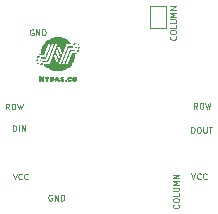
<source format=gbr>
%TF.GenerationSoftware,KiCad,Pcbnew,(6.0.2-0)*%
%TF.CreationDate,2022-10-03T22:04:55+11:00*%
%TF.ProjectId,ameoba,616d656f-6261-42e6-9b69-6361645f7063,rev?*%
%TF.SameCoordinates,Original*%
%TF.FileFunction,Legend,Top*%
%TF.FilePolarity,Positive*%
%FSLAX46Y46*%
G04 Gerber Fmt 4.6, Leading zero omitted, Abs format (unit mm)*
G04 Created by KiCad (PCBNEW (6.0.2-0)) date 2022-10-03 22:04:55*
%MOMM*%
%LPD*%
G01*
G04 APERTURE LIST*
%ADD10C,0.125000*%
%ADD11C,0.150000*%
%ADD12C,0.120000*%
G04 APERTURE END LIST*
D10*
X19011095Y-18925886D02*
X18963476Y-18902076D01*
X18892048Y-18902076D01*
X18820619Y-18925886D01*
X18773000Y-18973505D01*
X18749190Y-19021124D01*
X18725381Y-19116362D01*
X18725381Y-19187790D01*
X18749190Y-19283028D01*
X18773000Y-19330647D01*
X18820619Y-19378266D01*
X18892048Y-19402076D01*
X18939667Y-19402076D01*
X19011095Y-19378266D01*
X19034905Y-19354457D01*
X19034905Y-19187790D01*
X18939667Y-19187790D01*
X19249190Y-19402076D02*
X19249190Y-18902076D01*
X19534905Y-19402076D01*
X19534905Y-18902076D01*
X19773000Y-19402076D02*
X19773000Y-18902076D01*
X19892048Y-18902076D01*
X19963476Y-18925886D01*
X20011095Y-18973505D01*
X20034905Y-19021124D01*
X20058714Y-19116362D01*
X20058714Y-19187790D01*
X20034905Y-19283028D01*
X20011095Y-19330647D01*
X19963476Y-19378266D01*
X19892048Y-19402076D01*
X19773000Y-19402076D01*
X32398926Y-31081675D02*
X32565593Y-31581675D01*
X32732259Y-31081675D01*
X33184640Y-31534056D02*
X33160831Y-31557865D01*
X33089402Y-31581675D01*
X33041783Y-31581675D01*
X32970354Y-31557865D01*
X32922735Y-31510246D01*
X32898926Y-31462627D01*
X32875116Y-31367389D01*
X32875116Y-31295961D01*
X32898926Y-31200723D01*
X32922735Y-31153104D01*
X32970354Y-31105485D01*
X33041783Y-31081675D01*
X33089402Y-31081675D01*
X33160831Y-31105485D01*
X33184640Y-31129294D01*
X33684640Y-31534056D02*
X33660831Y-31557865D01*
X33589402Y-31581675D01*
X33541783Y-31581675D01*
X33470354Y-31557865D01*
X33422735Y-31510246D01*
X33398926Y-31462627D01*
X33375116Y-31367389D01*
X33375116Y-31295961D01*
X33398926Y-31200723D01*
X33422735Y-31153104D01*
X33470354Y-31105485D01*
X33541783Y-31081675D01*
X33589402Y-31081675D01*
X33660831Y-31105485D01*
X33684640Y-31129294D01*
X16983156Y-25678943D02*
X16816490Y-25440848D01*
X16697442Y-25678943D02*
X16697442Y-25178943D01*
X16887918Y-25178943D01*
X16935537Y-25202753D01*
X16959347Y-25226562D01*
X16983156Y-25274181D01*
X16983156Y-25345610D01*
X16959347Y-25393229D01*
X16935537Y-25417038D01*
X16887918Y-25440848D01*
X16697442Y-25440848D01*
X17292680Y-25178943D02*
X17387918Y-25178943D01*
X17435537Y-25202753D01*
X17483156Y-25250372D01*
X17506966Y-25345610D01*
X17506966Y-25512276D01*
X17483156Y-25607514D01*
X17435537Y-25655133D01*
X17387918Y-25678943D01*
X17292680Y-25678943D01*
X17245061Y-25655133D01*
X17197442Y-25607514D01*
X17173633Y-25512276D01*
X17173633Y-25345610D01*
X17197442Y-25250372D01*
X17245061Y-25202753D01*
X17292680Y-25178943D01*
X17673633Y-25178943D02*
X17792680Y-25678943D01*
X17887918Y-25321800D01*
X17983156Y-25678943D01*
X18102204Y-25178943D01*
X17265269Y-31109444D02*
X17431936Y-31609444D01*
X17598602Y-31109444D01*
X18050983Y-31561825D02*
X18027174Y-31585634D01*
X17955745Y-31609444D01*
X17908126Y-31609444D01*
X17836697Y-31585634D01*
X17789078Y-31538015D01*
X17765269Y-31490396D01*
X17741459Y-31395158D01*
X17741459Y-31323730D01*
X17765269Y-31228492D01*
X17789078Y-31180873D01*
X17836697Y-31133254D01*
X17908126Y-31109444D01*
X17955745Y-31109444D01*
X18027174Y-31133254D01*
X18050983Y-31157063D01*
X18550983Y-31561825D02*
X18527174Y-31585634D01*
X18455745Y-31609444D01*
X18408126Y-31609444D01*
X18336697Y-31585634D01*
X18289078Y-31538015D01*
X18265269Y-31490396D01*
X18241459Y-31395158D01*
X18241459Y-31323730D01*
X18265269Y-31228492D01*
X18289078Y-31180873D01*
X18336697Y-31133254D01*
X18408126Y-31109444D01*
X18455745Y-31109444D01*
X18527174Y-31133254D01*
X18550983Y-31157063D01*
X32897487Y-25618279D02*
X32730821Y-25380184D01*
X32611773Y-25618279D02*
X32611773Y-25118279D01*
X32802249Y-25118279D01*
X32849868Y-25142089D01*
X32873678Y-25165898D01*
X32897487Y-25213517D01*
X32897487Y-25284946D01*
X32873678Y-25332565D01*
X32849868Y-25356374D01*
X32802249Y-25380184D01*
X32611773Y-25380184D01*
X33207011Y-25118279D02*
X33302249Y-25118279D01*
X33349868Y-25142089D01*
X33397487Y-25189708D01*
X33421297Y-25284946D01*
X33421297Y-25451612D01*
X33397487Y-25546850D01*
X33349868Y-25594469D01*
X33302249Y-25618279D01*
X33207011Y-25618279D01*
X33159392Y-25594469D01*
X33111773Y-25546850D01*
X33087964Y-25451612D01*
X33087964Y-25284946D01*
X33111773Y-25189708D01*
X33159392Y-25142089D01*
X33207011Y-25118279D01*
X33587964Y-25118279D02*
X33707011Y-25618279D01*
X33802249Y-25261136D01*
X33897487Y-25618279D01*
X34016535Y-25118279D01*
X20581060Y-32916024D02*
X20533441Y-32892214D01*
X20462013Y-32892214D01*
X20390584Y-32916024D01*
X20342965Y-32963643D01*
X20319155Y-33011262D01*
X20295346Y-33106500D01*
X20295346Y-33177928D01*
X20319155Y-33273166D01*
X20342965Y-33320785D01*
X20390584Y-33368404D01*
X20462013Y-33392214D01*
X20509632Y-33392214D01*
X20581060Y-33368404D01*
X20604870Y-33344595D01*
X20604870Y-33177928D01*
X20509632Y-33177928D01*
X20819155Y-33392214D02*
X20819155Y-32892214D01*
X21104870Y-33392214D01*
X21104870Y-32892214D01*
X21342965Y-33392214D02*
X21342965Y-32892214D01*
X21462013Y-32892214D01*
X21533441Y-32916024D01*
X21581060Y-32963643D01*
X21604870Y-33011262D01*
X21628679Y-33106500D01*
X21628679Y-33177928D01*
X21604870Y-33273166D01*
X21581060Y-33320785D01*
X21533441Y-33368404D01*
X21462013Y-33392214D01*
X21342965Y-33392214D01*
X31058436Y-19489275D02*
X31082245Y-19513085D01*
X31106055Y-19584513D01*
X31106055Y-19632132D01*
X31082245Y-19703561D01*
X31034626Y-19751180D01*
X30987007Y-19774989D01*
X30891769Y-19798799D01*
X30820341Y-19798799D01*
X30725103Y-19774989D01*
X30677484Y-19751180D01*
X30629865Y-19703561D01*
X30606055Y-19632132D01*
X30606055Y-19584513D01*
X30629865Y-19513085D01*
X30653674Y-19489275D01*
X30606055Y-19179751D02*
X30606055Y-19084513D01*
X30629865Y-19036894D01*
X30677484Y-18989275D01*
X30772722Y-18965466D01*
X30939388Y-18965466D01*
X31034626Y-18989275D01*
X31082245Y-19036894D01*
X31106055Y-19084513D01*
X31106055Y-19179751D01*
X31082245Y-19227370D01*
X31034626Y-19274989D01*
X30939388Y-19298799D01*
X30772722Y-19298799D01*
X30677484Y-19274989D01*
X30629865Y-19227370D01*
X30606055Y-19179751D01*
X31106055Y-18513085D02*
X31106055Y-18751180D01*
X30606055Y-18751180D01*
X30606055Y-18346418D02*
X31010817Y-18346418D01*
X31058436Y-18322608D01*
X31082245Y-18298799D01*
X31106055Y-18251180D01*
X31106055Y-18155942D01*
X31082245Y-18108323D01*
X31058436Y-18084513D01*
X31010817Y-18060704D01*
X30606055Y-18060704D01*
X31106055Y-17822608D02*
X30606055Y-17822608D01*
X30963198Y-17655942D01*
X30606055Y-17489275D01*
X31106055Y-17489275D01*
X31106055Y-17251180D02*
X30606055Y-17251180D01*
X31106055Y-16965466D01*
X30606055Y-16965466D01*
X32384442Y-27660652D02*
X32384442Y-27160652D01*
X32503490Y-27160652D01*
X32574919Y-27184462D01*
X32622538Y-27232081D01*
X32646347Y-27279700D01*
X32670157Y-27374938D01*
X32670157Y-27446366D01*
X32646347Y-27541604D01*
X32622538Y-27589223D01*
X32574919Y-27636842D01*
X32503490Y-27660652D01*
X32384442Y-27660652D01*
X32979681Y-27160652D02*
X33074919Y-27160652D01*
X33122538Y-27184462D01*
X33170157Y-27232081D01*
X33193966Y-27327319D01*
X33193966Y-27493985D01*
X33170157Y-27589223D01*
X33122538Y-27636842D01*
X33074919Y-27660652D01*
X32979681Y-27660652D01*
X32932061Y-27636842D01*
X32884442Y-27589223D01*
X32860633Y-27493985D01*
X32860633Y-27327319D01*
X32884442Y-27232081D01*
X32932061Y-27184462D01*
X32979681Y-27160652D01*
X33408252Y-27160652D02*
X33408252Y-27565414D01*
X33432061Y-27613033D01*
X33455871Y-27636842D01*
X33503490Y-27660652D01*
X33598728Y-27660652D01*
X33646347Y-27636842D01*
X33670157Y-27613033D01*
X33693966Y-27565414D01*
X33693966Y-27160652D01*
X33860633Y-27160652D02*
X34146347Y-27160652D01*
X34003490Y-27660652D02*
X34003490Y-27160652D01*
X31305214Y-33730216D02*
X31329023Y-33754026D01*
X31352833Y-33825454D01*
X31352833Y-33873073D01*
X31329023Y-33944502D01*
X31281404Y-33992121D01*
X31233785Y-34015930D01*
X31138547Y-34039740D01*
X31067119Y-34039740D01*
X30971881Y-34015930D01*
X30924262Y-33992121D01*
X30876643Y-33944502D01*
X30852833Y-33873073D01*
X30852833Y-33825454D01*
X30876643Y-33754026D01*
X30900452Y-33730216D01*
X30852833Y-33420692D02*
X30852833Y-33325454D01*
X30876643Y-33277835D01*
X30924262Y-33230216D01*
X31019500Y-33206407D01*
X31186166Y-33206407D01*
X31281404Y-33230216D01*
X31329023Y-33277835D01*
X31352833Y-33325454D01*
X31352833Y-33420692D01*
X31329023Y-33468311D01*
X31281404Y-33515930D01*
X31186166Y-33539740D01*
X31019500Y-33539740D01*
X30924262Y-33515930D01*
X30876643Y-33468311D01*
X30852833Y-33420692D01*
X31352833Y-32754026D02*
X31352833Y-32992121D01*
X30852833Y-32992121D01*
X30852833Y-32587359D02*
X31257595Y-32587359D01*
X31305214Y-32563549D01*
X31329023Y-32539740D01*
X31352833Y-32492121D01*
X31352833Y-32396883D01*
X31329023Y-32349264D01*
X31305214Y-32325454D01*
X31257595Y-32301645D01*
X30852833Y-32301645D01*
X31352833Y-32063549D02*
X30852833Y-32063549D01*
X31209976Y-31896883D01*
X30852833Y-31730216D01*
X31352833Y-31730216D01*
X31352833Y-31492121D02*
X30852833Y-31492121D01*
X31352833Y-31206407D01*
X30852833Y-31206407D01*
X17288761Y-27519101D02*
X17288761Y-27019101D01*
X17407808Y-27019101D01*
X17479237Y-27042911D01*
X17526856Y-27090530D01*
X17550666Y-27138149D01*
X17574475Y-27233387D01*
X17574475Y-27304815D01*
X17550666Y-27400053D01*
X17526856Y-27447672D01*
X17479237Y-27495291D01*
X17407808Y-27519101D01*
X17288761Y-27519101D01*
X17788761Y-27519101D02*
X17788761Y-27019101D01*
X18026856Y-27519101D02*
X18026856Y-27019101D01*
X18312570Y-27519101D01*
X18312570Y-27019101D01*
D11*
%TO.C,*%
%TO.C,G\u002A\u002A\u002A*%
G36*
X19668677Y-21517421D02*
G01*
X19665095Y-21530605D01*
X19661394Y-21539288D01*
X19661246Y-21539497D01*
X19657655Y-21546537D01*
X19651628Y-21560463D01*
X19644352Y-21578507D01*
X19642976Y-21582045D01*
X19628519Y-21619436D01*
X19562288Y-21619436D01*
X19533672Y-21619190D01*
X19514073Y-21618363D01*
X19502201Y-21616827D01*
X19496768Y-21614450D01*
X19496057Y-21612731D01*
X19499357Y-21602903D01*
X19500767Y-21601127D01*
X19504562Y-21594415D01*
X19510876Y-21580420D01*
X19518659Y-21561541D01*
X19523237Y-21549812D01*
X19540996Y-21503395D01*
X19606646Y-21501949D01*
X19672296Y-21500502D01*
X19668677Y-21517421D01*
G37*
G36*
X21786144Y-23207546D02*
G01*
X21810165Y-23208408D01*
X21830776Y-23209986D01*
X21845692Y-23212270D01*
X21852502Y-23215075D01*
X21855405Y-23224412D01*
X21856977Y-23243857D01*
X21857223Y-23273463D01*
X21857002Y-23285989D01*
X21855549Y-23349730D01*
X21777639Y-23351150D01*
X21746640Y-23351549D01*
X21724389Y-23351358D01*
X21709329Y-23350461D01*
X21699905Y-23348740D01*
X21694561Y-23346077D01*
X21693273Y-23344790D01*
X21690904Y-23336728D01*
X21689358Y-23321017D01*
X21688603Y-23300288D01*
X21688611Y-23277172D01*
X21689350Y-23254299D01*
X21690790Y-23234301D01*
X21692903Y-23219807D01*
X21694763Y-23214350D01*
X21701599Y-23211472D01*
X21716439Y-23209364D01*
X21736998Y-23208014D01*
X21760993Y-23207411D01*
X21786144Y-23207546D01*
G37*
G36*
X22312640Y-23089284D02*
G01*
X22322625Y-23044389D01*
X22339247Y-23006058D01*
X22362031Y-22974942D01*
X22390501Y-22951695D01*
X22423260Y-22937233D01*
X22469917Y-22925091D01*
X22509720Y-22918168D01*
X22544670Y-22916391D01*
X22576766Y-22919685D01*
X22608007Y-22927975D01*
X22614090Y-22930138D01*
X22630279Y-22937693D01*
X22647655Y-22948245D01*
X22663814Y-22959998D01*
X22676357Y-22971158D01*
X22682881Y-22979928D01*
X22683306Y-22981874D01*
X22686074Y-22989317D01*
X22692828Y-23000477D01*
X22693717Y-23001744D01*
X22700861Y-23014070D01*
X22709474Y-23032168D01*
X22717461Y-23051535D01*
X22723720Y-23069236D01*
X22727448Y-23084211D01*
X22729088Y-23099986D01*
X22729082Y-23120085D01*
X22728352Y-23138279D01*
X22722067Y-23189302D01*
X22708438Y-23233092D01*
X22687542Y-23269576D01*
X22659458Y-23298681D01*
X22624263Y-23320337D01*
X22582037Y-23334470D01*
X22532857Y-23341008D01*
X22507955Y-23341446D01*
X22486715Y-23340450D01*
X22466507Y-23338380D01*
X22455012Y-23336383D01*
X22418022Y-23322689D01*
X22383998Y-23300634D01*
X22354875Y-23272019D01*
X22332587Y-23238644D01*
X22321710Y-23212206D01*
X22313467Y-23173753D01*
X22310272Y-23131348D01*
X22310366Y-23129627D01*
X22484747Y-23129627D01*
X22485028Y-23158913D01*
X22486026Y-23179983D01*
X22487973Y-23194923D01*
X22491102Y-23205821D01*
X22493905Y-23211771D01*
X22505806Y-23224839D01*
X22520773Y-23228922D01*
X22536328Y-23223732D01*
X22543599Y-23217521D01*
X22552576Y-23201779D01*
X22558572Y-23178814D01*
X22561625Y-23151262D01*
X22561774Y-23121763D01*
X22559058Y-23092956D01*
X22553514Y-23067477D01*
X22545183Y-23047967D01*
X22541037Y-23042380D01*
X22527928Y-23034343D01*
X22513175Y-23035517D01*
X22498988Y-23045549D01*
X22495572Y-23049688D01*
X22491019Y-23056824D01*
X22487944Y-23065136D01*
X22486066Y-23076710D01*
X22485101Y-23093632D01*
X22484767Y-23117986D01*
X22484747Y-23129627D01*
X22310366Y-23129627D01*
X22312512Y-23090244D01*
X22312640Y-23089284D01*
G37*
G36*
X21518345Y-22918566D02*
G01*
X21555687Y-22928944D01*
X21588020Y-22944428D01*
X21614103Y-22964581D01*
X21632699Y-22988968D01*
X21641383Y-23011356D01*
X21644785Y-23027884D01*
X21644882Y-23039482D01*
X21640365Y-23046951D01*
X21629930Y-23051093D01*
X21612270Y-23052709D01*
X21586079Y-23052600D01*
X21574645Y-23052303D01*
X21548139Y-23051338D01*
X21529712Y-23049956D01*
X21517128Y-23047759D01*
X21508152Y-23044347D01*
X21500548Y-23039320D01*
X21500139Y-23038999D01*
X21480414Y-23029295D01*
X21458689Y-23027924D01*
X21448540Y-23030526D01*
X21441259Y-23034591D01*
X21440824Y-23038960D01*
X21447897Y-23043963D01*
X21463141Y-23049927D01*
X21487217Y-23057182D01*
X21519308Y-23065681D01*
X21563955Y-23079937D01*
X21599147Y-23097727D01*
X21625245Y-23119412D01*
X21642611Y-23145355D01*
X21651604Y-23175918D01*
X21653114Y-23200079D01*
X21648242Y-23237831D01*
X21634871Y-23269745D01*
X21613023Y-23295800D01*
X21582718Y-23315974D01*
X21543977Y-23330245D01*
X21525637Y-23334390D01*
X21496272Y-23338527D01*
X21463499Y-23340796D01*
X21431477Y-23341065D01*
X21404365Y-23339199D01*
X21399123Y-23338431D01*
X21363516Y-23329002D01*
X21334326Y-23313156D01*
X21315602Y-23296792D01*
X21294932Y-23272970D01*
X21282022Y-23251400D01*
X21275500Y-23229540D01*
X21274393Y-23220414D01*
X21272768Y-23200167D01*
X21351216Y-23198744D01*
X21429664Y-23197322D01*
X21437696Y-23212852D01*
X21449494Y-23226724D01*
X21464860Y-23232360D01*
X21481151Y-23228794D01*
X21481160Y-23228790D01*
X21490763Y-23220405D01*
X21490896Y-23211349D01*
X21482310Y-23202345D01*
X21465755Y-23194116D01*
X21441982Y-23187385D01*
X21437234Y-23186434D01*
X21397476Y-23177834D01*
X21366216Y-23168508D01*
X21341638Y-23157815D01*
X21323205Y-23146095D01*
X21298522Y-23121849D01*
X21282698Y-23094362D01*
X21275345Y-23064961D01*
X21276074Y-23034975D01*
X21284497Y-23005731D01*
X21300225Y-22978558D01*
X21322870Y-22954782D01*
X21352044Y-22935732D01*
X21387358Y-22922736D01*
X21388639Y-22922422D01*
X21433583Y-22914869D01*
X21477231Y-22913729D01*
X21518345Y-22918566D01*
G37*
G36*
X19445918Y-21728104D02*
G01*
X19462955Y-21729082D01*
X19473311Y-21730510D01*
X19475420Y-21731609D01*
X19473650Y-21737838D01*
X19468918Y-21751272D01*
X19462076Y-21769535D01*
X19458294Y-21779314D01*
X19441177Y-21823152D01*
X19391673Y-21824623D01*
X19370161Y-21824860D01*
X19352817Y-21824293D01*
X19342019Y-21823041D01*
X19339688Y-21822044D01*
X19340413Y-21815792D01*
X19344405Y-21802354D01*
X19350930Y-21784049D01*
X19355284Y-21772867D01*
X19373360Y-21727741D01*
X19424394Y-21727741D01*
X19445918Y-21728104D01*
G37*
G36*
X22916300Y-20418444D02*
G01*
X22927428Y-20419211D01*
X22932938Y-20420898D01*
X22934393Y-20423700D01*
X22933768Y-20426639D01*
X22930733Y-20435113D01*
X22924938Y-20450755D01*
X22917302Y-20471098D01*
X22911132Y-20487395D01*
X22891540Y-20538969D01*
X22826103Y-20540412D01*
X22797802Y-20540799D01*
X22778485Y-20540424D01*
X22766844Y-20539183D01*
X22761568Y-20536974D01*
X22760907Y-20535255D01*
X22762855Y-20528043D01*
X22767955Y-20513517D01*
X22775400Y-20493887D01*
X22783105Y-20474502D01*
X22805061Y-20420350D01*
X22870936Y-20418903D01*
X22897991Y-20418406D01*
X22916300Y-20418444D01*
G37*
G36*
X20691484Y-21061476D02*
G01*
X20700243Y-21039233D01*
X20710320Y-21013647D01*
X20723663Y-20979796D01*
X20739747Y-20939011D01*
X20758049Y-20892621D01*
X20778043Y-20841953D01*
X20799205Y-20788339D01*
X20808608Y-20764521D01*
X20913504Y-20764521D01*
X20946777Y-20847725D01*
X20960487Y-20882104D01*
X20975483Y-20919867D01*
X20990243Y-20957170D01*
X21003244Y-20990171D01*
X21007316Y-21000553D01*
X21017283Y-21025724D01*
X21026143Y-21047582D01*
X21033124Y-21064262D01*
X21037456Y-21073900D01*
X21038252Y-21075334D01*
X21042047Y-21083234D01*
X21047013Y-21096610D01*
X21048498Y-21101121D01*
X21051947Y-21110802D01*
X21058705Y-21128771D01*
X21068272Y-21153733D01*
X21080144Y-21184390D01*
X21093822Y-21219446D01*
X21108804Y-21257605D01*
X21119300Y-21284208D01*
X21134740Y-21323268D01*
X21149130Y-21359683D01*
X21161989Y-21392234D01*
X21172837Y-21419705D01*
X21181192Y-21440877D01*
X21186574Y-21454533D01*
X21188321Y-21458984D01*
X21192519Y-21467444D01*
X21195080Y-21469298D01*
X21197447Y-21464137D01*
X21203036Y-21450727D01*
X21211298Y-21430422D01*
X21221684Y-21404577D01*
X21233647Y-21374543D01*
X21241845Y-21353832D01*
X21254537Y-21321267D01*
X21265846Y-21291436D01*
X21275234Y-21265824D01*
X21282165Y-21245917D01*
X21286100Y-21233202D01*
X21286799Y-21229646D01*
X21284972Y-21223075D01*
X21279649Y-21207765D01*
X21271153Y-21184561D01*
X21259805Y-21154305D01*
X21245927Y-21117842D01*
X21229840Y-21076016D01*
X21211865Y-21029669D01*
X21192326Y-20979647D01*
X21171542Y-20926793D01*
X21166905Y-20915047D01*
X21145331Y-20860431D01*
X21124431Y-20807512D01*
X21104590Y-20757266D01*
X21086193Y-20710669D01*
X21069625Y-20668695D01*
X21055272Y-20632322D01*
X21043518Y-20602524D01*
X21034748Y-20580276D01*
X21029348Y-20566555D01*
X21029030Y-20565746D01*
X21021223Y-20546382D01*
X21014818Y-20531481D01*
X21010698Y-20523047D01*
X21009703Y-20521908D01*
X21007485Y-20526944D01*
X21002032Y-20540280D01*
X20993865Y-20560608D01*
X20983507Y-20586623D01*
X20971481Y-20617018D01*
X20960854Y-20644009D01*
X20913504Y-20764521D01*
X20808608Y-20764521D01*
X20821011Y-20733105D01*
X20842937Y-20677583D01*
X20853889Y-20649852D01*
X20884948Y-20571213D01*
X20912433Y-20501601D01*
X20936563Y-20440450D01*
X20955531Y-20392336D01*
X21059317Y-20392336D01*
X21107340Y-20514648D01*
X21118361Y-20542682D01*
X21131883Y-20577019D01*
X21147455Y-20616518D01*
X21164624Y-20660037D01*
X21182940Y-20706432D01*
X21201952Y-20754564D01*
X21221207Y-20803290D01*
X21240254Y-20851468D01*
X21258642Y-20897956D01*
X21275920Y-20941612D01*
X21291636Y-20981295D01*
X21305338Y-21015863D01*
X21316576Y-21044174D01*
X21324897Y-21065086D01*
X21329601Y-21076838D01*
X21335903Y-21090827D01*
X21340615Y-21094981D01*
X21345306Y-21089277D01*
X21350497Y-21076528D01*
X21354486Y-21066150D01*
X21361512Y-21048233D01*
X21370770Y-21024813D01*
X21381457Y-20997924D01*
X21388640Y-20979923D01*
X21399994Y-20951471D01*
X21410606Y-20924797D01*
X21419619Y-20902061D01*
X21426175Y-20885424D01*
X21428598Y-20879204D01*
X21436605Y-20858424D01*
X21389682Y-20739955D01*
X21374948Y-20702722D01*
X21357860Y-20659485D01*
X21338977Y-20611664D01*
X21318860Y-20560683D01*
X21298069Y-20507961D01*
X21277165Y-20454922D01*
X21256707Y-20402987D01*
X21237256Y-20353577D01*
X21219371Y-20308114D01*
X21203614Y-20268020D01*
X21190544Y-20234716D01*
X21180953Y-20210220D01*
X21172173Y-20188389D01*
X21164541Y-20170603D01*
X21158908Y-20158770D01*
X21156202Y-20154778D01*
X21153375Y-20159320D01*
X21147677Y-20171842D01*
X21139824Y-20190655D01*
X21130535Y-20214071D01*
X21126078Y-20225659D01*
X21115906Y-20252197D01*
X21106486Y-20276483D01*
X21098683Y-20296306D01*
X21093364Y-20309456D01*
X21092261Y-20312045D01*
X21086723Y-20325051D01*
X21079149Y-20343327D01*
X21072390Y-20359927D01*
X21059317Y-20392336D01*
X20955531Y-20392336D01*
X20957557Y-20387196D01*
X20975635Y-20341273D01*
X20991016Y-20302117D01*
X21003919Y-20269162D01*
X21014563Y-20241842D01*
X21023167Y-20219594D01*
X21029951Y-20201851D01*
X21035134Y-20188049D01*
X21038935Y-20177622D01*
X21041572Y-20170006D01*
X21043267Y-20164635D01*
X21044236Y-20160944D01*
X21044701Y-20158368D01*
X21044778Y-20157697D01*
X21044782Y-20153897D01*
X21043001Y-20151096D01*
X21038052Y-20149111D01*
X21028550Y-20147762D01*
X21013112Y-20146864D01*
X20990354Y-20146238D01*
X20958892Y-20145700D01*
X20952835Y-20145608D01*
X20859827Y-20144207D01*
X20829753Y-20222969D01*
X20819054Y-20250802D01*
X20809111Y-20276331D01*
X20800728Y-20297511D01*
X20794713Y-20312298D01*
X20792597Y-20317203D01*
X20785680Y-20333104D01*
X20777204Y-20353762D01*
X20767981Y-20377044D01*
X20758825Y-20400815D01*
X20750551Y-20422942D01*
X20743972Y-20441291D01*
X20739901Y-20453727D01*
X20738981Y-20457784D01*
X20736646Y-20466438D01*
X20730823Y-20479532D01*
X20728589Y-20483795D01*
X20724582Y-20492473D01*
X20717342Y-20509512D01*
X20707368Y-20533657D01*
X20695160Y-20563652D01*
X20681217Y-20598244D01*
X20666039Y-20636178D01*
X20650127Y-20676198D01*
X20633981Y-20717051D01*
X20618099Y-20757481D01*
X20602981Y-20796234D01*
X20589129Y-20832055D01*
X20577041Y-20863689D01*
X20573072Y-20874197D01*
X20564981Y-20895378D01*
X20557389Y-20914696D01*
X20551666Y-20928680D01*
X20550691Y-20930928D01*
X20545463Y-20943305D01*
X20537559Y-20962759D01*
X20527525Y-20987890D01*
X20515903Y-21017298D01*
X20503238Y-21049581D01*
X20490072Y-21083338D01*
X20476949Y-21117169D01*
X20464413Y-21149673D01*
X20453007Y-21179448D01*
X20443275Y-21205094D01*
X20435761Y-21225209D01*
X20431007Y-21238394D01*
X20429539Y-21243176D01*
X20427168Y-21251690D01*
X20423129Y-21260049D01*
X20419881Y-21267188D01*
X20413297Y-21282841D01*
X20403817Y-21305926D01*
X20391878Y-21335358D01*
X20377921Y-21370052D01*
X20362384Y-21408925D01*
X20345705Y-21450893D01*
X20339212Y-21467294D01*
X20261706Y-21663274D01*
X20033301Y-21664617D01*
X19804895Y-21665960D01*
X19781989Y-21617604D01*
X19772394Y-21596569D01*
X19764775Y-21578382D01*
X19760095Y-21565430D01*
X19759082Y-21560819D01*
X19759797Y-21558778D01*
X19762533Y-21557093D01*
X19768181Y-21555730D01*
X19777630Y-21554656D01*
X19791772Y-21553838D01*
X19811495Y-21553240D01*
X19837689Y-21552830D01*
X19871245Y-21552575D01*
X19913052Y-21552440D01*
X19964000Y-21552393D01*
X19982297Y-21552390D01*
X20205511Y-21552390D01*
X20211108Y-21538208D01*
X20214032Y-21530804D01*
X20220375Y-21514749D01*
X20229764Y-21490983D01*
X20241829Y-21460448D01*
X20256198Y-21424085D01*
X20272497Y-21382834D01*
X20290356Y-21337638D01*
X20309403Y-21289437D01*
X20318602Y-21266157D01*
X20355596Y-21172536D01*
X20389085Y-21087783D01*
X20419356Y-21011170D01*
X20446696Y-20941972D01*
X20471390Y-20879464D01*
X20493726Y-20822919D01*
X20513990Y-20771612D01*
X20532469Y-20724817D01*
X20549449Y-20681808D01*
X20565217Y-20641859D01*
X20580060Y-20604244D01*
X20594264Y-20568238D01*
X20608116Y-20533115D01*
X20621902Y-20498148D01*
X20635909Y-20462613D01*
X20643419Y-20443558D01*
X20660973Y-20399025D01*
X20678137Y-20355496D01*
X20694360Y-20314366D01*
X20709093Y-20277032D01*
X20721784Y-20244886D01*
X20731884Y-20219324D01*
X20738841Y-20201742D01*
X20739624Y-20199766D01*
X20747862Y-20178764D01*
X20754450Y-20161530D01*
X20758590Y-20150175D01*
X20759610Y-20146790D01*
X20754720Y-20146048D01*
X20741117Y-20145539D01*
X20720400Y-20145281D01*
X20694167Y-20145295D01*
X20664019Y-20145599D01*
X20663522Y-20145606D01*
X20567434Y-20147010D01*
X20539138Y-20218954D01*
X20529163Y-20244527D01*
X20520616Y-20266841D01*
X20514184Y-20284069D01*
X20510555Y-20294385D01*
X20510015Y-20296315D01*
X20506654Y-20305607D01*
X20505579Y-20307500D01*
X20502239Y-20314590D01*
X20496076Y-20329236D01*
X20487796Y-20349628D01*
X20478106Y-20373952D01*
X20467711Y-20400396D01*
X20457318Y-20427149D01*
X20447634Y-20452398D01*
X20439364Y-20474332D01*
X20433215Y-20491137D01*
X20429892Y-20501002D01*
X20429507Y-20502696D01*
X20427247Y-20510598D01*
X20421801Y-20522570D01*
X20421317Y-20523497D01*
X20419239Y-20527446D01*
X20417273Y-20531341D01*
X20415066Y-20536059D01*
X20412267Y-20542479D01*
X20408524Y-20551477D01*
X20403484Y-20563932D01*
X20396797Y-20580720D01*
X20388109Y-20602720D01*
X20377070Y-20630809D01*
X20363327Y-20665864D01*
X20346528Y-20708762D01*
X20326322Y-20760382D01*
X20326184Y-20760736D01*
X20311030Y-20799406D01*
X20296921Y-20835326D01*
X20284336Y-20867283D01*
X20273754Y-20894065D01*
X20265653Y-20914459D01*
X20260513Y-20927252D01*
X20258981Y-20930928D01*
X20253545Y-20943719D01*
X20245523Y-20963460D01*
X20235475Y-20988697D01*
X20223960Y-21017979D01*
X20211537Y-21049851D01*
X20198766Y-21082860D01*
X20186207Y-21115554D01*
X20174419Y-21146480D01*
X20163960Y-21174183D01*
X20155392Y-21197212D01*
X20149272Y-21214113D01*
X20146161Y-21223433D01*
X20145884Y-21224694D01*
X20142792Y-21233372D01*
X20140867Y-21235126D01*
X20136825Y-21241343D01*
X20131218Y-21254516D01*
X20125767Y-21270243D01*
X20110791Y-21311458D01*
X20090672Y-21355403D01*
X20087571Y-21361568D01*
X20081025Y-21374461D01*
X19890721Y-21375815D01*
X19841846Y-21376033D01*
X19798593Y-21375963D01*
X19761795Y-21375622D01*
X19732282Y-21375024D01*
X19710890Y-21374183D01*
X19698449Y-21373116D01*
X19695575Y-21372327D01*
X19692289Y-21365426D01*
X19687749Y-21351395D01*
X19682619Y-21332931D01*
X19677563Y-21312726D01*
X19673245Y-21293477D01*
X19670329Y-21277876D01*
X19669477Y-21268618D01*
X19669743Y-21267446D01*
X19675251Y-21266538D01*
X19689878Y-21265706D01*
X19712427Y-21264976D01*
X19741702Y-21264372D01*
X19776506Y-21263922D01*
X19815643Y-21263650D01*
X19849751Y-21263578D01*
X20027486Y-21263578D01*
X20033258Y-21249395D01*
X20039704Y-21233728D01*
X20045538Y-21219741D01*
X20049530Y-21209827D01*
X20056430Y-21192249D01*
X20065469Y-21168980D01*
X20075882Y-21141994D01*
X20083652Y-21121751D01*
X20094593Y-21093323D01*
X20104739Y-21067219D01*
X20113313Y-21045412D01*
X20119543Y-21029878D01*
X20122107Y-21023761D01*
X20125630Y-21015266D01*
X20132617Y-20997924D01*
X20142769Y-20972494D01*
X20155786Y-20939733D01*
X20171371Y-20900398D01*
X20189223Y-20855246D01*
X20209043Y-20805036D01*
X20230533Y-20750524D01*
X20253393Y-20692469D01*
X20277324Y-20631627D01*
X20302027Y-20568757D01*
X20327204Y-20504615D01*
X20343058Y-20464187D01*
X20358103Y-20425836D01*
X20372087Y-20390236D01*
X20384529Y-20358610D01*
X20394947Y-20332181D01*
X20402859Y-20312175D01*
X20407781Y-20299814D01*
X20409101Y-20296573D01*
X20416674Y-20278292D01*
X20425631Y-20256003D01*
X20435206Y-20231695D01*
X20444634Y-20207356D01*
X20453151Y-20184975D01*
X20459992Y-20166540D01*
X20464391Y-20154040D01*
X20465641Y-20149597D01*
X20460817Y-20147502D01*
X20447652Y-20145920D01*
X20428108Y-20144837D01*
X20404145Y-20144240D01*
X20377724Y-20144116D01*
X20350806Y-20144452D01*
X20325351Y-20145234D01*
X20303321Y-20146449D01*
X20286676Y-20148084D01*
X20277377Y-20150125D01*
X20276260Y-20150878D01*
X20272756Y-20157797D01*
X20266453Y-20172511D01*
X20258122Y-20193137D01*
X20248533Y-20217794D01*
X20244078Y-20229527D01*
X20233905Y-20256305D01*
X20224440Y-20280815D01*
X20216538Y-20300870D01*
X20211054Y-20314285D01*
X20209775Y-20317203D01*
X20204991Y-20328357D01*
X20197257Y-20347228D01*
X20187325Y-20371905D01*
X20175951Y-20400478D01*
X20163889Y-20431037D01*
X20151894Y-20461673D01*
X20140720Y-20490475D01*
X20131122Y-20515534D01*
X20125222Y-20531233D01*
X20119395Y-20546566D01*
X20110413Y-20569720D01*
X20098964Y-20598945D01*
X20085735Y-20632490D01*
X20071414Y-20668605D01*
X20058334Y-20701426D01*
X20043542Y-20738538D01*
X20029156Y-20774802D01*
X20015878Y-20808428D01*
X20004416Y-20837626D01*
X19995473Y-20860606D01*
X19990273Y-20874197D01*
X19981787Y-20896333D01*
X19973393Y-20917521D01*
X19966669Y-20933789D01*
X19965671Y-20936086D01*
X19960308Y-20948863D01*
X19952320Y-20968630D01*
X19942765Y-20992742D01*
X19932700Y-21018554D01*
X19932183Y-21019893D01*
X19907779Y-21083071D01*
X19670974Y-21083071D01*
X19622662Y-21083012D01*
X19577661Y-21082843D01*
X19536990Y-21082577D01*
X19501668Y-21082225D01*
X19472715Y-21081800D01*
X19451148Y-21081313D01*
X19437988Y-21080776D01*
X19434169Y-21080277D01*
X19435384Y-21078756D01*
X19439648Y-21076059D01*
X19447891Y-21071744D01*
X19461040Y-21065369D01*
X19480026Y-21056492D01*
X19505775Y-21044671D01*
X19539218Y-21029464D01*
X19574707Y-21013402D01*
X19601732Y-21000917D01*
X19620523Y-20991472D01*
X19632412Y-20984248D01*
X19638731Y-20978428D01*
X19640812Y-20973192D01*
X19640835Y-20972776D01*
X19650059Y-20846152D01*
X19668912Y-20722817D01*
X19697307Y-20603026D01*
X19735156Y-20487032D01*
X19782371Y-20375090D01*
X19838865Y-20267452D01*
X19904549Y-20164374D01*
X19935154Y-20122104D01*
X19967630Y-20080776D01*
X20003902Y-20037871D01*
X20041810Y-19995767D01*
X20079190Y-19956841D01*
X20113881Y-19923472D01*
X20124089Y-19914330D01*
X20221401Y-19835115D01*
X20321614Y-19765641D01*
X20425291Y-19705649D01*
X20532991Y-19654877D01*
X20645278Y-19613062D01*
X20762711Y-19579943D01*
X20885854Y-19555259D01*
X20898859Y-19553189D01*
X20921563Y-19550082D01*
X20945852Y-19547698D01*
X20973425Y-19545957D01*
X21005982Y-19544779D01*
X21045221Y-19544085D01*
X21092841Y-19543796D01*
X21099996Y-19543784D01*
X21144987Y-19543825D01*
X21181854Y-19544171D01*
X21212785Y-19544963D01*
X21239970Y-19546338D01*
X21265596Y-19548438D01*
X21291853Y-19551401D01*
X21320930Y-19555367D01*
X21350128Y-19559727D01*
X21376337Y-19564517D01*
X21409445Y-19571748D01*
X21446537Y-19580692D01*
X21484695Y-19590624D01*
X21521003Y-19600818D01*
X21546864Y-19608707D01*
X21622810Y-19635138D01*
X21695526Y-19665093D01*
X21767169Y-19699641D01*
X21839898Y-19739853D01*
X21915872Y-19786801D01*
X21946423Y-19806884D01*
X21982931Y-19833290D01*
X22023809Y-19866383D01*
X22067324Y-19904530D01*
X22111746Y-19946102D01*
X22155341Y-19989467D01*
X22196379Y-20032995D01*
X22233127Y-20075054D01*
X22239952Y-20083320D01*
X22287753Y-20141852D01*
X22055352Y-20143194D01*
X21822950Y-20144535D01*
X21793648Y-20220554D01*
X21783044Y-20247921D01*
X21773222Y-20273005D01*
X21765011Y-20293712D01*
X21759237Y-20307949D01*
X21757496Y-20312045D01*
X21751683Y-20325781D01*
X21743295Y-20346397D01*
X21733026Y-20372110D01*
X21721569Y-20401140D01*
X21709616Y-20431706D01*
X21697860Y-20462027D01*
X21686995Y-20490321D01*
X21677712Y-20514807D01*
X21670705Y-20533705D01*
X21666667Y-20545233D01*
X21666217Y-20546705D01*
X21661749Y-20560153D01*
X21657588Y-20569279D01*
X21657152Y-20569913D01*
X21654646Y-20575475D01*
X21648700Y-20589843D01*
X21639630Y-20612220D01*
X21627756Y-20641808D01*
X21613394Y-20677807D01*
X21596863Y-20719419D01*
X21578482Y-20765847D01*
X21558568Y-20816292D01*
X21537440Y-20869955D01*
X21525640Y-20899984D01*
X21503875Y-20955387D01*
X21483084Y-21008262D01*
X21463595Y-21057780D01*
X21445737Y-21103108D01*
X21429838Y-21143415D01*
X21416225Y-21177868D01*
X21405228Y-21205636D01*
X21397174Y-21225887D01*
X21392392Y-21237789D01*
X21391321Y-21240370D01*
X21381568Y-21263377D01*
X21372488Y-21285835D01*
X21364935Y-21305517D01*
X21359765Y-21320193D01*
X21357832Y-21327636D01*
X21357832Y-21327645D01*
X21355586Y-21335917D01*
X21350619Y-21346968D01*
X21346893Y-21355261D01*
X21340016Y-21371714D01*
X21330428Y-21395212D01*
X21318565Y-21424641D01*
X21304867Y-21458888D01*
X21289770Y-21496838D01*
X21273713Y-21537377D01*
X21257135Y-21579391D01*
X21240473Y-21621766D01*
X21224166Y-21663389D01*
X21208651Y-21703144D01*
X21194367Y-21739918D01*
X21181751Y-21772597D01*
X21171242Y-21800067D01*
X21163279Y-21821214D01*
X21158298Y-21834924D01*
X21156727Y-21840014D01*
X21159383Y-21842413D01*
X21168031Y-21844176D01*
X21183687Y-21845373D01*
X21207370Y-21846075D01*
X21240098Y-21846350D01*
X21249533Y-21846360D01*
X21342339Y-21846360D01*
X21352483Y-21824441D01*
X21356086Y-21815941D01*
X21363107Y-21798710D01*
X21373200Y-21773621D01*
X21386020Y-21741548D01*
X21401222Y-21703365D01*
X21418462Y-21659944D01*
X21437393Y-21612158D01*
X21457670Y-21560881D01*
X21478949Y-21506987D01*
X21500884Y-21451347D01*
X21523131Y-21394836D01*
X21545343Y-21338327D01*
X21567176Y-21282694D01*
X21588284Y-21228808D01*
X21608323Y-21177544D01*
X21619023Y-21150116D01*
X21631629Y-21117885D01*
X21643773Y-21087029D01*
X21654667Y-21059536D01*
X21663523Y-21037395D01*
X21669552Y-21022596D01*
X21670142Y-21021182D01*
X21676815Y-21004973D01*
X21686088Y-20981982D01*
X21697484Y-20953428D01*
X21710527Y-20920530D01*
X21724742Y-20884505D01*
X21739652Y-20846571D01*
X21754780Y-20807948D01*
X21769652Y-20769854D01*
X21783791Y-20733506D01*
X21796721Y-20700124D01*
X21807965Y-20670925D01*
X21817048Y-20647128D01*
X21823494Y-20629951D01*
X21826827Y-20620612D01*
X21827184Y-20619302D01*
X21829459Y-20611827D01*
X21834952Y-20600319D01*
X21835132Y-20599986D01*
X21839112Y-20591365D01*
X21846248Y-20574569D01*
X21855951Y-20551035D01*
X21867636Y-20522199D01*
X21880714Y-20489498D01*
X21893781Y-20456451D01*
X21944482Y-20327517D01*
X22397818Y-20324833D01*
X22421951Y-20375170D01*
X22431825Y-20396336D01*
X22439744Y-20414395D01*
X22444769Y-20427135D01*
X22446075Y-20431954D01*
X22443998Y-20433571D01*
X22437273Y-20434913D01*
X22425158Y-20436001D01*
X22406905Y-20436856D01*
X22381772Y-20437500D01*
X22349013Y-20437954D01*
X22307884Y-20438240D01*
X22257639Y-20438379D01*
X22222210Y-20438400D01*
X21998352Y-20438400D01*
X21982644Y-20480949D01*
X21971269Y-20511143D01*
X21958096Y-20545152D01*
X21944641Y-20579122D01*
X21932423Y-20609200D01*
X21927203Y-20621693D01*
X21924107Y-20629251D01*
X21918390Y-20643514D01*
X21909935Y-20664777D01*
X21898625Y-20693338D01*
X21884343Y-20729491D01*
X21866973Y-20773533D01*
X21846397Y-20825759D01*
X21822500Y-20886466D01*
X21795164Y-20955948D01*
X21764273Y-21034502D01*
X21737069Y-21103700D01*
X21721059Y-21144417D01*
X21705727Y-21183386D01*
X21691612Y-21219234D01*
X21679257Y-21250591D01*
X21669201Y-21276083D01*
X21661984Y-21294339D01*
X21658839Y-21302258D01*
X21653132Y-21316676D01*
X21644484Y-21338661D01*
X21633699Y-21366166D01*
X21621578Y-21397147D01*
X21608924Y-21429557D01*
X21607281Y-21433771D01*
X21595267Y-21464502D01*
X21584283Y-21492449D01*
X21574964Y-21516007D01*
X21567947Y-21533569D01*
X21563867Y-21543529D01*
X21563376Y-21544654D01*
X21555982Y-21561676D01*
X21546441Y-21584788D01*
X21535286Y-21612586D01*
X21523050Y-21643670D01*
X21510264Y-21676637D01*
X21497463Y-21710084D01*
X21485177Y-21742609D01*
X21473941Y-21772810D01*
X21464286Y-21799284D01*
X21456745Y-21820630D01*
X21451851Y-21835446D01*
X21450136Y-21842327D01*
X21450205Y-21842615D01*
X21456368Y-21843825D01*
X21471115Y-21844729D01*
X21492720Y-21845279D01*
X21519457Y-21845430D01*
X21545973Y-21845193D01*
X21637909Y-21843781D01*
X21650254Y-21810258D01*
X21657751Y-21790488D01*
X21665002Y-21772328D01*
X21669863Y-21761004D01*
X21674305Y-21750631D01*
X21681574Y-21732822D01*
X21690791Y-21709764D01*
X21701076Y-21683647D01*
X21705099Y-21673328D01*
X21714537Y-21649141D01*
X21726953Y-21617453D01*
X21741524Y-21580355D01*
X21757430Y-21539936D01*
X21773848Y-21498287D01*
X21789958Y-21457497D01*
X21790163Y-21456979D01*
X21820551Y-21380097D01*
X21847349Y-21312254D01*
X21870769Y-21252904D01*
X21891025Y-21201499D01*
X21908329Y-21157491D01*
X21922895Y-21120333D01*
X21934936Y-21089477D01*
X21944665Y-21064375D01*
X21952296Y-21044479D01*
X21958040Y-21029243D01*
X21962112Y-21018118D01*
X21964725Y-21010558D01*
X21966092Y-21006013D01*
X21966433Y-21004092D01*
X21969114Y-20994991D01*
X21973229Y-20987518D01*
X21978892Y-20976781D01*
X21985715Y-20960819D01*
X21989193Y-20951558D01*
X21996613Y-20931690D01*
X22004571Y-20911829D01*
X22007426Y-20905142D01*
X22011673Y-20894969D01*
X22019089Y-20876660D01*
X22029088Y-20851684D01*
X22041084Y-20821510D01*
X22054491Y-20787610D01*
X22068723Y-20751453D01*
X22069635Y-20749131D01*
X22122779Y-20613751D01*
X22200616Y-20613478D01*
X22271476Y-20613339D01*
X22333599Y-20613443D01*
X22386752Y-20613787D01*
X22430706Y-20614367D01*
X22465229Y-20615180D01*
X22490091Y-20616221D01*
X22505061Y-20617486D01*
X22509794Y-20618690D01*
X22513046Y-20625681D01*
X22517509Y-20639917D01*
X22522474Y-20658507D01*
X22527232Y-20678561D01*
X22531074Y-20697190D01*
X22533290Y-20711503D01*
X22533566Y-20715542D01*
X22533742Y-20727079D01*
X22354796Y-20728435D01*
X22175851Y-20729791D01*
X22140263Y-20822624D01*
X22128925Y-20852055D01*
X22118614Y-20878545D01*
X22109983Y-20900439D01*
X22103686Y-20916082D01*
X22100375Y-20923817D01*
X22100304Y-20923958D01*
X22097091Y-20931344D01*
X22090731Y-20946897D01*
X22081794Y-20969161D01*
X22070850Y-20996681D01*
X22058469Y-21028003D01*
X22045222Y-21061672D01*
X22031679Y-21096232D01*
X22018410Y-21130228D01*
X22005985Y-21162206D01*
X21994976Y-21190711D01*
X21985951Y-21214287D01*
X21979481Y-21231480D01*
X21976289Y-21240370D01*
X21971155Y-21254520D01*
X21966730Y-21264575D01*
X21965780Y-21266175D01*
X21963135Y-21271990D01*
X21957174Y-21286336D01*
X21948300Y-21308189D01*
X21936918Y-21336520D01*
X21923431Y-21370305D01*
X21908244Y-21408516D01*
X21891759Y-21450128D01*
X21874381Y-21494113D01*
X21856514Y-21539446D01*
X21838560Y-21585100D01*
X21820925Y-21630049D01*
X21804011Y-21673266D01*
X21788223Y-21713725D01*
X21773964Y-21750400D01*
X21761639Y-21782264D01*
X21751650Y-21808291D01*
X21744402Y-21827454D01*
X21740299Y-21838727D01*
X21739509Y-21841339D01*
X21744332Y-21843395D01*
X21757497Y-21844939D01*
X21777040Y-21845987D01*
X21801002Y-21846553D01*
X21827422Y-21846652D01*
X21854338Y-21846299D01*
X21879790Y-21845508D01*
X21901817Y-21844295D01*
X21918457Y-21842675D01*
X21927750Y-21840661D01*
X21928870Y-21839913D01*
X21933037Y-21832222D01*
X21939456Y-21817948D01*
X21947013Y-21799877D01*
X21954595Y-21780793D01*
X21961090Y-21763478D01*
X21965384Y-21750717D01*
X21966492Y-21745791D01*
X21968708Y-21737922D01*
X21974038Y-21726174D01*
X21974108Y-21726040D01*
X21978509Y-21716476D01*
X21985583Y-21699840D01*
X21994557Y-21678077D01*
X22004658Y-21653131D01*
X22015111Y-21626947D01*
X22025145Y-21601468D01*
X22033984Y-21578639D01*
X22040857Y-21560405D01*
X22044989Y-21548709D01*
X22045809Y-21545793D01*
X22048970Y-21536337D01*
X22052341Y-21529182D01*
X22055560Y-21521871D01*
X22061986Y-21506245D01*
X22071097Y-21483607D01*
X22082373Y-21455262D01*
X22095294Y-21422511D01*
X22109339Y-21386658D01*
X22113091Y-21377040D01*
X22127313Y-21340605D01*
X22140497Y-21306933D01*
X22152131Y-21277326D01*
X22161701Y-21253088D01*
X22168693Y-21235521D01*
X22172596Y-21225926D01*
X22173041Y-21224898D01*
X22177193Y-21215080D01*
X22184119Y-21197977D01*
X22193228Y-21175110D01*
X22203927Y-21147998D01*
X22215626Y-21118163D01*
X22227732Y-21087125D01*
X22239655Y-21056405D01*
X22250803Y-21027523D01*
X22260584Y-21002000D01*
X22268407Y-20981357D01*
X22273680Y-20967113D01*
X22275812Y-20960790D01*
X22275830Y-20960652D01*
X22277850Y-20954097D01*
X22283072Y-20941585D01*
X22287362Y-20932218D01*
X22298939Y-20907720D01*
X22534960Y-20907720D01*
X22599007Y-20907831D01*
X22652817Y-20908164D01*
X22696464Y-20908722D01*
X22730022Y-20909505D01*
X22753567Y-20910516D01*
X22767171Y-20911756D01*
X22770981Y-20913040D01*
X22766772Y-20918948D01*
X22761955Y-20921396D01*
X22751178Y-20925571D01*
X22733860Y-20932903D01*
X22711711Y-20942611D01*
X22686441Y-20953910D01*
X22659759Y-20966019D01*
X22633375Y-20978154D01*
X22608998Y-20989534D01*
X22588337Y-20999374D01*
X22573102Y-21006892D01*
X22565002Y-21011306D01*
X22564171Y-21011969D01*
X22562846Y-21018590D01*
X22561324Y-21033526D01*
X22559768Y-21054784D01*
X22558337Y-21080371D01*
X22557901Y-21089858D01*
X22555036Y-21137237D01*
X22550446Y-21182319D01*
X22543676Y-21228317D01*
X22534273Y-21278442D01*
X22525301Y-21320309D01*
X22517570Y-21351611D01*
X22507219Y-21388710D01*
X22495105Y-21428927D01*
X22482082Y-21469581D01*
X22469008Y-21507994D01*
X22456738Y-21541484D01*
X22447054Y-21565284D01*
X22392662Y-21676860D01*
X22330216Y-21782493D01*
X22260119Y-21881811D01*
X22182773Y-21974446D01*
X22098578Y-22060026D01*
X22007938Y-22138181D01*
X21911253Y-22208541D01*
X21808925Y-22270735D01*
X21701357Y-22324394D01*
X21588949Y-22369147D01*
X21566562Y-22376784D01*
X21467126Y-22406362D01*
X21369694Y-22428068D01*
X21271241Y-22442414D01*
X21168741Y-22449908D01*
X21125572Y-22451108D01*
X21095296Y-22451487D01*
X21067091Y-22451655D01*
X21043256Y-22451613D01*
X21026091Y-22451360D01*
X21020057Y-22451114D01*
X20902232Y-22438858D01*
X20786103Y-22417691D01*
X20672882Y-22387961D01*
X20563780Y-22350018D01*
X20460009Y-22304211D01*
X20399576Y-22272405D01*
X20292907Y-22207147D01*
X20194222Y-22135562D01*
X20103091Y-22057286D01*
X20019080Y-21971955D01*
X19958705Y-21900877D01*
X19917326Y-21848939D01*
X20149844Y-21847597D01*
X20382363Y-21846255D01*
X20401552Y-21796023D01*
X20411331Y-21770694D01*
X20421425Y-21744998D01*
X20430241Y-21722969D01*
X20433567Y-21714847D01*
X20439866Y-21699368D01*
X20448934Y-21676707D01*
X20459805Y-21649300D01*
X20471511Y-21619579D01*
X20478637Y-21601385D01*
X20488171Y-21577042D01*
X20500815Y-21544849D01*
X20515881Y-21506549D01*
X20532684Y-21463884D01*
X20550537Y-21418596D01*
X20568756Y-21372427D01*
X20584249Y-21333203D01*
X20602847Y-21286126D01*
X20622214Y-21237081D01*
X20641555Y-21188082D01*
X20660076Y-21141139D01*
X20663936Y-21131351D01*
X20768558Y-21131351D01*
X20777708Y-21157495D01*
X20785659Y-21178504D01*
X20795123Y-21201228D01*
X20799021Y-21209924D01*
X20805690Y-21224875D01*
X20810108Y-21235813D01*
X20811184Y-21239478D01*
X20812986Y-21244789D01*
X20818015Y-21258244D01*
X20825707Y-21278397D01*
X20835495Y-21303799D01*
X20846814Y-21333004D01*
X20859099Y-21364564D01*
X20871785Y-21397031D01*
X20884305Y-21428957D01*
X20896095Y-21458897D01*
X20906590Y-21485401D01*
X20915223Y-21507022D01*
X20921430Y-21522314D01*
X20924343Y-21529182D01*
X20927413Y-21536615D01*
X20933669Y-21552286D01*
X20942567Y-21574815D01*
X20953565Y-21602823D01*
X20966120Y-21634932D01*
X20979171Y-21668431D01*
X20998142Y-21716919D01*
X21013804Y-21756273D01*
X21026394Y-21787046D01*
X21036149Y-21809789D01*
X21043307Y-21825056D01*
X21048107Y-21833398D01*
X21050784Y-21835368D01*
X21050924Y-21835256D01*
X21053222Y-21830157D01*
X21058736Y-21816776D01*
X21066933Y-21796439D01*
X21077282Y-21770471D01*
X21089251Y-21740200D01*
X21098829Y-21715831D01*
X21144951Y-21598196D01*
X21096188Y-21476014D01*
X21082151Y-21440788D01*
X21068722Y-21406982D01*
X21056586Y-21376330D01*
X21046429Y-21350568D01*
X21038936Y-21331430D01*
X21035639Y-21322888D01*
X21030128Y-21308590D01*
X21021693Y-21286921D01*
X21010851Y-21259197D01*
X20998120Y-21226732D01*
X20984020Y-21190842D01*
X20969068Y-21152840D01*
X20953783Y-21114043D01*
X20938682Y-21075764D01*
X20924285Y-21039319D01*
X20911110Y-21006023D01*
X20899675Y-20977190D01*
X20890498Y-20954136D01*
X20884098Y-20938175D01*
X20881126Y-20930928D01*
X20874519Y-20915376D01*
X20869176Y-20902563D01*
X20863878Y-20889670D01*
X20857941Y-20905142D01*
X20854320Y-20914426D01*
X20847550Y-20931649D01*
X20838280Y-20955161D01*
X20827163Y-20983310D01*
X20814848Y-21014446D01*
X20810281Y-21025982D01*
X20768558Y-21131351D01*
X20663936Y-21131351D01*
X20676984Y-21098267D01*
X20691484Y-21061476D01*
G37*
G36*
X22566305Y-20088663D02*
G01*
X22582313Y-20089450D01*
X22591537Y-20090923D01*
X22595151Y-20093152D01*
X22595314Y-20094022D01*
X22593319Y-20100891D01*
X22588035Y-20115433D01*
X22580162Y-20135809D01*
X22570404Y-20160183D01*
X22565242Y-20172796D01*
X22535485Y-20244999D01*
X22449517Y-20246414D01*
X22416531Y-20246788D01*
X22392674Y-20246615D01*
X22376770Y-20245825D01*
X22367644Y-20244346D01*
X22364121Y-20242107D01*
X22363982Y-20241256D01*
X22365989Y-20234372D01*
X22371228Y-20219796D01*
X22379005Y-20199373D01*
X22388623Y-20174951D01*
X22393637Y-20162482D01*
X22422859Y-20090279D01*
X22509245Y-20088865D01*
X22542340Y-20088491D01*
X22566305Y-20088663D01*
G37*
G36*
X22858004Y-20197294D02*
G01*
X22850553Y-20216334D01*
X22843625Y-20234665D01*
X22840810Y-20242421D01*
X22834432Y-20260472D01*
X22782077Y-20261941D01*
X22760259Y-20262196D01*
X22742895Y-20261718D01*
X22732148Y-20260609D01*
X22729722Y-20259504D01*
X22731496Y-20253242D01*
X22736240Y-20239822D01*
X22743083Y-20221662D01*
X22746483Y-20212926D01*
X22763245Y-20170255D01*
X22816032Y-20170236D01*
X22868820Y-20170218D01*
X22858004Y-20197294D01*
G37*
G36*
X22888111Y-20661231D02*
G01*
X22902799Y-20661738D01*
X22908577Y-20662388D01*
X22910671Y-20664625D01*
X22910883Y-20669796D01*
X22908867Y-20678951D01*
X22904273Y-20693136D01*
X22896755Y-20713402D01*
X22885965Y-20740797D01*
X22871554Y-20776369D01*
X22867403Y-20786522D01*
X22844175Y-20843253D01*
X22745690Y-20844654D01*
X22710052Y-20845016D01*
X22683612Y-20844910D01*
X22665257Y-20844277D01*
X22653880Y-20843058D01*
X22648370Y-20841196D01*
X22647408Y-20839497D01*
X22649342Y-20832785D01*
X22654580Y-20818210D01*
X22662490Y-20797441D01*
X22672436Y-20772147D01*
X22682220Y-20747842D01*
X22716828Y-20662746D01*
X22809488Y-20661333D01*
X22839673Y-20661010D01*
X22866474Y-20660982D01*
X22888111Y-20661231D01*
G37*
G36*
X20453525Y-22927584D02*
G01*
X20486652Y-22925546D01*
X20523481Y-22924537D01*
X20561106Y-22924526D01*
X20596621Y-22925483D01*
X20627119Y-22927378D01*
X20646148Y-22929579D01*
X20692840Y-22940724D01*
X20731532Y-22958358D01*
X20762364Y-22982636D01*
X20785476Y-23013712D01*
X20801007Y-23051741D01*
X20809097Y-23096877D01*
X20810032Y-23110470D01*
X20808354Y-23160917D01*
X20798344Y-23205763D01*
X20780164Y-23244703D01*
X20753975Y-23277429D01*
X20719941Y-23303634D01*
X20703287Y-23312651D01*
X20669356Y-23329101D01*
X20541712Y-23330717D01*
X20414067Y-23332333D01*
X20414067Y-23127203D01*
X20568788Y-23127203D01*
X20568958Y-23158264D01*
X20569432Y-23185730D01*
X20570155Y-23207957D01*
X20571073Y-23223300D01*
X20572130Y-23230116D01*
X20572226Y-23230252D01*
X20582072Y-23233548D01*
X20596991Y-23231326D01*
X20609359Y-23226309D01*
X20623625Y-23214900D01*
X20633823Y-23196986D01*
X20640264Y-23171592D01*
X20643261Y-23137743D01*
X20643570Y-23119460D01*
X20643321Y-23093952D01*
X20642332Y-23076388D01*
X20640235Y-23064404D01*
X20636664Y-23055636D01*
X20632754Y-23049689D01*
X20615633Y-23032262D01*
X20597407Y-23023843D01*
X20582613Y-23024122D01*
X20568788Y-23027592D01*
X20568788Y-23127203D01*
X20414067Y-23127203D01*
X20414067Y-22930919D01*
X20453525Y-22927584D01*
G37*
G36*
X22685779Y-20372262D02*
G01*
X22696803Y-20373317D01*
X22702320Y-20375367D01*
X22703927Y-20378573D01*
X22703935Y-20378897D01*
X22702057Y-20387048D01*
X22697102Y-20402039D01*
X22690092Y-20421245D01*
X22682048Y-20442038D01*
X22673991Y-20461795D01*
X22666943Y-20477888D01*
X22661924Y-20487691D01*
X22661239Y-20488685D01*
X22654607Y-20491814D01*
X22639874Y-20493871D01*
X22616225Y-20494935D01*
X22594999Y-20495131D01*
X22568908Y-20494994D01*
X22551454Y-20494414D01*
X22540961Y-20493145D01*
X22535752Y-20490937D01*
X22534153Y-20487542D01*
X22534132Y-20486106D01*
X22536211Y-20477814D01*
X22541527Y-20462451D01*
X22549212Y-20442410D01*
X22556110Y-20425507D01*
X22577697Y-20373933D01*
X22640816Y-20372485D01*
X22667650Y-20372039D01*
X22685779Y-20372262D01*
G37*
G36*
X19526819Y-21146242D02*
G01*
X19546637Y-21147262D01*
X19556691Y-21148908D01*
X19557945Y-21149951D01*
X19556189Y-21157050D01*
X19551566Y-21170853D01*
X19545042Y-21188486D01*
X19544446Y-21190032D01*
X19535711Y-21212724D01*
X19525478Y-21239500D01*
X19515877Y-21264784D01*
X19515358Y-21266157D01*
X19507241Y-21288420D01*
X19501023Y-21304933D01*
X19495095Y-21316543D01*
X19487848Y-21324097D01*
X19477671Y-21328443D01*
X19462955Y-21330429D01*
X19442090Y-21330901D01*
X19413466Y-21330707D01*
X19392898Y-21330624D01*
X19362434Y-21330481D01*
X19335637Y-21330084D01*
X19314167Y-21329480D01*
X19299685Y-21328714D01*
X19293850Y-21327835D01*
X19293847Y-21327832D01*
X19294757Y-21322381D01*
X19298971Y-21308911D01*
X19305948Y-21288972D01*
X19315145Y-21264113D01*
X19325863Y-21236289D01*
X19360670Y-21147538D01*
X19459308Y-21146137D01*
X19497590Y-21145862D01*
X19526819Y-21146242D01*
G37*
G36*
X19816242Y-21744564D02*
G01*
X19833500Y-21745706D01*
X19841226Y-21747512D01*
X19841600Y-21748111D01*
X19839801Y-21755040D01*
X19835025Y-21768867D01*
X19828201Y-21786943D01*
X19826128Y-21792208D01*
X19818905Y-21811022D01*
X19813483Y-21826349D01*
X19810793Y-21835518D01*
X19810656Y-21836585D01*
X19808607Y-21843791D01*
X19803260Y-21857244D01*
X19796473Y-21872499D01*
X19782290Y-21902983D01*
X19608824Y-21903091D01*
X19612280Y-21891487D01*
X19615416Y-21882573D01*
X19621602Y-21866225D01*
X19630019Y-21844568D01*
X19639847Y-21819729D01*
X19642603Y-21812837D01*
X19669468Y-21745791D01*
X19755534Y-21744377D01*
X19790053Y-21744112D01*
X19816242Y-21744564D01*
G37*
G36*
X19401923Y-21449216D02*
G01*
X19421244Y-21450051D01*
X19435364Y-21451674D01*
X19441707Y-21454080D01*
X19441361Y-21461134D01*
X19437469Y-21475608D01*
X19430716Y-21495518D01*
X19421792Y-21518879D01*
X19411383Y-21543707D01*
X19408094Y-21551101D01*
X19398201Y-21573020D01*
X19268438Y-21573020D01*
X19272025Y-21561416D01*
X19276657Y-21548204D01*
X19283719Y-21530049D01*
X19292121Y-21509526D01*
X19300773Y-21489211D01*
X19308585Y-21471681D01*
X19314468Y-21459512D01*
X19316747Y-21455690D01*
X19323741Y-21453084D01*
X19338311Y-21451101D01*
X19357901Y-21449774D01*
X19379957Y-21449134D01*
X19401923Y-21449216D01*
G37*
G36*
X20874729Y-23098955D02*
G01*
X20888621Y-23056307D01*
X20902555Y-23014524D01*
X20906060Y-23004187D01*
X20932382Y-22926827D01*
X21017478Y-22925276D01*
X21047834Y-22924930D01*
X21076164Y-22924984D01*
X21100159Y-22925408D01*
X21117511Y-22926168D01*
X21123686Y-22926760D01*
X21144798Y-22929796D01*
X21171392Y-23006879D01*
X21180479Y-23033530D01*
X21188230Y-23056863D01*
X21194067Y-23075089D01*
X21197414Y-23086421D01*
X21197986Y-23089147D01*
X21199710Y-23096331D01*
X21204219Y-23110077D01*
X21210244Y-23126620D01*
X21217994Y-23147975D01*
X21226831Y-23173843D01*
X21236169Y-23202322D01*
X21245418Y-23231510D01*
X21253991Y-23259503D01*
X21261301Y-23284400D01*
X21266759Y-23304298D01*
X21269778Y-23317294D01*
X21270189Y-23320631D01*
X21269846Y-23324708D01*
X21267840Y-23327635D01*
X21262705Y-23329601D01*
X21252972Y-23330798D01*
X21237176Y-23331416D01*
X21213849Y-23331646D01*
X21185274Y-23331680D01*
X21152630Y-23331654D01*
X21128784Y-23331188D01*
X21112218Y-23329702D01*
X21101416Y-23326614D01*
X21094861Y-23321344D01*
X21091036Y-23313311D01*
X21088425Y-23301932D01*
X21086953Y-23294014D01*
X21083309Y-23274590D01*
X21033832Y-23276059D01*
X20984356Y-23277527D01*
X20981183Y-23292999D01*
X20977403Y-23308183D01*
X20972199Y-23319404D01*
X20964096Y-23327255D01*
X20951621Y-23332330D01*
X20933299Y-23335223D01*
X20907653Y-23336528D01*
X20873211Y-23336837D01*
X20872266Y-23336837D01*
X20845096Y-23336593D01*
X20826636Y-23335735D01*
X20815293Y-23334077D01*
X20809471Y-23331431D01*
X20807959Y-23329276D01*
X20808657Y-23322313D01*
X20812255Y-23306745D01*
X20818396Y-23283758D01*
X20826721Y-23254535D01*
X20836874Y-23220259D01*
X20848498Y-23182115D01*
X20855795Y-23158723D01*
X21004558Y-23158723D01*
X21004791Y-23161821D01*
X21010646Y-23164050D01*
X21022896Y-23165667D01*
X21038201Y-23166564D01*
X21053221Y-23166634D01*
X21064618Y-23165768D01*
X21069052Y-23163898D01*
X21067921Y-23158140D01*
X21064821Y-23144273D01*
X21060191Y-23124217D01*
X21054471Y-23099891D01*
X21052830Y-23092984D01*
X21045901Y-23064939D01*
X21040608Y-23046193D01*
X21036657Y-23035916D01*
X21033753Y-23033274D01*
X21032338Y-23035131D01*
X21028437Y-23046851D01*
X21023640Y-23064563D01*
X21018472Y-23085859D01*
X21013456Y-23108331D01*
X21009116Y-23129571D01*
X21005975Y-23147171D01*
X21004558Y-23158723D01*
X20855795Y-23158723D01*
X20861235Y-23141286D01*
X20874729Y-23098955D01*
G37*
G36*
X20375405Y-22925960D02*
G01*
X20388592Y-22929584D01*
X20393969Y-22936738D01*
X20392374Y-22948554D01*
X20384642Y-22966166D01*
X20371607Y-22990708D01*
X20371289Y-22991294D01*
X20353529Y-23023987D01*
X20339108Y-23050474D01*
X20326456Y-23073623D01*
X20314005Y-23096301D01*
X20300185Y-23121374D01*
X20291580Y-23136958D01*
X20264504Y-23185972D01*
X20264504Y-23255215D01*
X20264049Y-23288823D01*
X20262668Y-23312486D01*
X20260332Y-23326537D01*
X20258315Y-23330648D01*
X20250795Y-23333459D01*
X20234423Y-23335402D01*
X20208707Y-23336515D01*
X20176596Y-23336837D01*
X20146670Y-23336704D01*
X20125337Y-23336175D01*
X20110876Y-23335058D01*
X20101569Y-23333161D01*
X20095695Y-23330289D01*
X20092531Y-23327406D01*
X20088780Y-23321411D01*
X20086274Y-23312010D01*
X20084791Y-23297335D01*
X20084112Y-23275518D01*
X20083996Y-23255172D01*
X20083996Y-23192371D01*
X20050211Y-23120053D01*
X20036773Y-23092221D01*
X20022977Y-23065255D01*
X20010181Y-23041707D01*
X19999745Y-23024131D01*
X19996881Y-23019834D01*
X19983141Y-22998054D01*
X19972007Y-22976292D01*
X19964462Y-22956891D01*
X19961487Y-22942192D01*
X19962147Y-22936978D01*
X19964858Y-22934139D01*
X19971394Y-22932084D01*
X19983127Y-22930699D01*
X20001427Y-22929868D01*
X20027663Y-22929478D01*
X20052740Y-22929406D01*
X20140426Y-22929406D01*
X20159290Y-22990005D01*
X20166846Y-23013653D01*
X20173620Y-23033708D01*
X20178888Y-23048103D01*
X20181926Y-23054769D01*
X20181989Y-23054844D01*
X20185309Y-23052348D01*
X20190850Y-23042029D01*
X20197613Y-23025863D01*
X20200244Y-23018742D01*
X20208281Y-22996261D01*
X20216155Y-22974252D01*
X20222313Y-22957054D01*
X20222904Y-22955405D01*
X20227299Y-22944511D01*
X20232559Y-22936618D01*
X20240303Y-22931229D01*
X20252149Y-22927843D01*
X20269718Y-22925962D01*
X20294629Y-22925086D01*
X20322268Y-22924762D01*
X20353576Y-22924730D01*
X20375405Y-22925960D01*
G37*
G36*
X19658143Y-22889142D02*
G01*
X19678456Y-22889841D01*
X19691729Y-22891139D01*
X19699047Y-22893087D01*
X19700956Y-22894489D01*
X19704415Y-22901274D01*
X19710775Y-22916022D01*
X19719341Y-22937027D01*
X19729413Y-22962585D01*
X19738458Y-22986137D01*
X19749110Y-23014043D01*
X19758634Y-23038703D01*
X19766378Y-23058450D01*
X19771690Y-23071620D01*
X19773802Y-23076390D01*
X19777443Y-23086184D01*
X19777890Y-23088467D01*
X19779482Y-23095900D01*
X19780926Y-23095650D01*
X19782270Y-23087216D01*
X19783563Y-23070092D01*
X19784853Y-23043775D01*
X19786187Y-23007763D01*
X19786502Y-22998168D01*
X19787949Y-22959804D01*
X19789553Y-22930909D01*
X19791392Y-22910639D01*
X19793544Y-22898148D01*
X19796088Y-22892590D01*
X19796344Y-22892399D01*
X19803713Y-22890920D01*
X19819270Y-22889863D01*
X19840892Y-22889308D01*
X19866460Y-22889339D01*
X19872544Y-22889435D01*
X19942169Y-22890725D01*
X19943513Y-23117311D01*
X19943789Y-23174056D01*
X19943875Y-23221250D01*
X19943752Y-23259655D01*
X19943404Y-23290033D01*
X19942814Y-23313146D01*
X19941965Y-23329757D01*
X19940839Y-23340626D01*
X19939420Y-23346518D01*
X19938355Y-23348024D01*
X19931382Y-23349302D01*
X19915789Y-23350427D01*
X19893269Y-23351333D01*
X19865517Y-23351954D01*
X19834226Y-23352225D01*
X19830556Y-23352230D01*
X19729258Y-23352309D01*
X19721646Y-23332969D01*
X19717296Y-23321587D01*
X19710198Y-23302645D01*
X19701143Y-23278268D01*
X19690924Y-23250586D01*
X19684242Y-23232400D01*
X19674098Y-23205522D01*
X19664826Y-23182397D01*
X19657110Y-23164621D01*
X19651633Y-23153785D01*
X19649407Y-23151172D01*
X19647643Y-23156233D01*
X19646727Y-23171096D01*
X19646664Y-23195284D01*
X19647463Y-23228319D01*
X19648095Y-23245691D01*
X19649342Y-23279507D01*
X19649980Y-23304528D01*
X19649937Y-23322259D01*
X19649142Y-23334205D01*
X19647523Y-23341871D01*
X19645009Y-23346763D01*
X19643197Y-23348838D01*
X19638106Y-23352394D01*
X19630017Y-23354846D01*
X19617187Y-23356381D01*
X19597874Y-23357189D01*
X19570338Y-23357460D01*
X19563766Y-23357466D01*
X19529894Y-23357031D01*
X19505921Y-23355705D01*
X19491470Y-23353457D01*
X19486774Y-23351278D01*
X19485108Y-23346795D01*
X19483751Y-23336541D01*
X19482684Y-23319825D01*
X19481887Y-23295958D01*
X19481343Y-23264249D01*
X19481031Y-23224011D01*
X19480933Y-23174552D01*
X19480967Y-23141115D01*
X19481139Y-23095248D01*
X19481466Y-23051799D01*
X19481926Y-23012039D01*
X19482498Y-22977239D01*
X19483159Y-22948669D01*
X19483889Y-22927600D01*
X19484665Y-22915304D01*
X19484835Y-22913933D01*
X19488321Y-22890725D01*
X19592039Y-22889332D01*
X19629700Y-22888989D01*
X19658143Y-22889142D01*
G37*
G36*
X22145755Y-22922519D02*
G01*
X22175279Y-22925374D01*
X22199079Y-22931021D01*
X22219403Y-22940156D01*
X22238499Y-22953474D01*
X22253456Y-22966710D01*
X22268538Y-22982019D01*
X22278011Y-22995424D01*
X22284437Y-23011319D01*
X22288710Y-23027162D01*
X22292859Y-23046754D01*
X22295346Y-23063874D01*
X22295642Y-23074578D01*
X22293925Y-23086705D01*
X22134047Y-23086705D01*
X22134047Y-23069528D01*
X22130400Y-23052869D01*
X22121074Y-23043206D01*
X22108488Y-23041149D01*
X22095062Y-23047308D01*
X22086057Y-23057439D01*
X22082085Y-23065756D01*
X22079506Y-23077577D01*
X22078083Y-23094938D01*
X22077578Y-23119879D01*
X22077573Y-23130243D01*
X22078243Y-23162151D01*
X22080320Y-23185074D01*
X22084207Y-23200294D01*
X22090306Y-23209092D01*
X22099019Y-23212749D01*
X22103574Y-23213060D01*
X22112647Y-23211062D01*
X22119882Y-23203520D01*
X22126842Y-23189852D01*
X22137108Y-23166644D01*
X22214046Y-23166644D01*
X22246424Y-23166800D01*
X22269785Y-23167710D01*
X22285422Y-23170042D01*
X22294632Y-23174462D01*
X22298711Y-23181636D01*
X22298955Y-23192230D01*
X22296659Y-23206911D01*
X22296283Y-23208933D01*
X22289219Y-23237240D01*
X22278710Y-23259648D01*
X22262523Y-23280141D01*
X22248875Y-23293432D01*
X22219973Y-23315440D01*
X22188305Y-23330377D01*
X22151841Y-23338921D01*
X22108553Y-23341751D01*
X22104284Y-23341748D01*
X22075999Y-23340601D01*
X22051393Y-23337720D01*
X22034595Y-23333760D01*
X21993294Y-23314553D01*
X21959503Y-23288347D01*
X21932830Y-23254762D01*
X21913794Y-23215848D01*
X21908573Y-23200539D01*
X21905121Y-23185538D01*
X21903098Y-23168081D01*
X21902162Y-23145409D01*
X21901966Y-23120228D01*
X21902115Y-23092807D01*
X21902835Y-23073115D01*
X21904534Y-23058566D01*
X21907618Y-23046575D01*
X21912495Y-23034558D01*
X21916936Y-23025272D01*
X21939209Y-22989514D01*
X21967180Y-22960216D01*
X21999236Y-22938957D01*
X22010270Y-22934040D01*
X22024825Y-22928821D01*
X22038837Y-22925313D01*
X22054934Y-22923188D01*
X22075743Y-22922116D01*
X22103889Y-22921769D01*
X22108260Y-22921760D01*
X22145755Y-22922519D01*
G37*
D12*
%TO.C,J3*%
X28869391Y-16904473D02*
X30269391Y-16904473D01*
X30269391Y-18804473D02*
X28869391Y-18804473D01*
X28869391Y-18804473D02*
X28869391Y-16904473D01*
X30269391Y-16904473D02*
X30269391Y-18804473D01*
%TD*%
M02*

</source>
